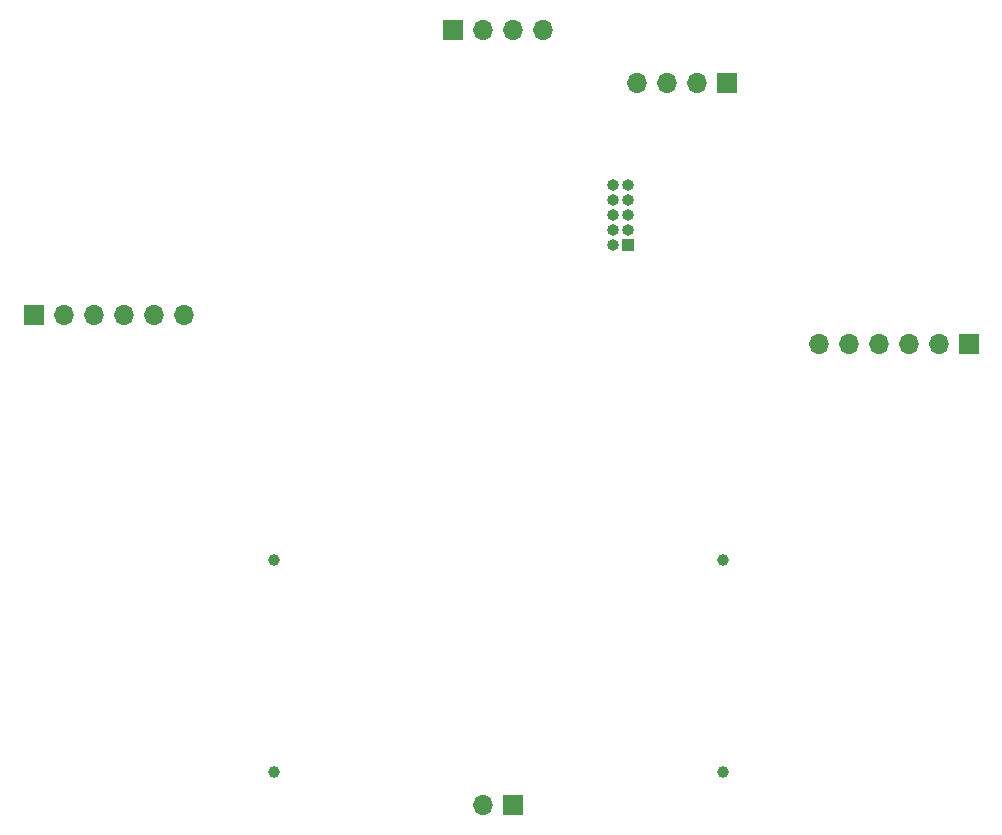
<source format=gbr>
%TF.GenerationSoftware,KiCad,Pcbnew,7.0.10*%
%TF.CreationDate,2024-01-31T17:30:21+01:00*%
%TF.ProjectId,minimouse,6d696e69-6d6f-4757-9365-2e6b69636164,rev?*%
%TF.SameCoordinates,Original*%
%TF.FileFunction,Soldermask,Bot*%
%TF.FilePolarity,Negative*%
%FSLAX46Y46*%
G04 Gerber Fmt 4.6, Leading zero omitted, Abs format (unit mm)*
G04 Created by KiCad (PCBNEW 7.0.10) date 2024-01-31 17:30:21*
%MOMM*%
%LPD*%
G01*
G04 APERTURE LIST*
%ADD10C,1.000000*%
%ADD11R,1.700000X1.700000*%
%ADD12O,1.700000X1.700000*%
%ADD13R,1.000000X1.000000*%
%ADD14O,1.000000X1.000000*%
G04 APERTURE END LIST*
D10*
%TO.C,M2*%
X131000000Y-114000000D03*
X131000000Y-132000000D03*
%TD*%
D11*
%TO.C,U4*%
X146190000Y-69125000D03*
D12*
X148730000Y-69125000D03*
X151270000Y-69125000D03*
X153810000Y-69125000D03*
%TD*%
D11*
%TO.C,J2*%
X189850000Y-95700000D03*
D12*
X187310000Y-95700000D03*
X184770000Y-95700000D03*
X182230000Y-95700000D03*
X179690000Y-95700000D03*
X177150000Y-95700000D03*
%TD*%
D10*
%TO.C,M1*%
X169000000Y-132000000D03*
X169000000Y-114000000D03*
%TD*%
D11*
%TO.C,J5*%
X151270000Y-134775000D03*
D12*
X148730000Y-134775000D03*
%TD*%
D13*
%TO.C,J1*%
X161000000Y-87380000D03*
D14*
X159730000Y-87380000D03*
X161000000Y-86110000D03*
X159730000Y-86110000D03*
X161000000Y-84840000D03*
X159730000Y-84840000D03*
X161000000Y-83570000D03*
X159730000Y-83570000D03*
X161000000Y-82300000D03*
X159730000Y-82300000D03*
%TD*%
D11*
%TO.C,J3*%
X110700000Y-93300000D03*
D12*
X113240000Y-93300000D03*
X115780000Y-93300000D03*
X118320000Y-93300000D03*
X120860000Y-93300000D03*
X123400000Y-93300000D03*
%TD*%
D11*
%TO.C,J4*%
X169380000Y-73600000D03*
D12*
X166840000Y-73600000D03*
X164300000Y-73600000D03*
X161760000Y-73600000D03*
%TD*%
M02*

</source>
